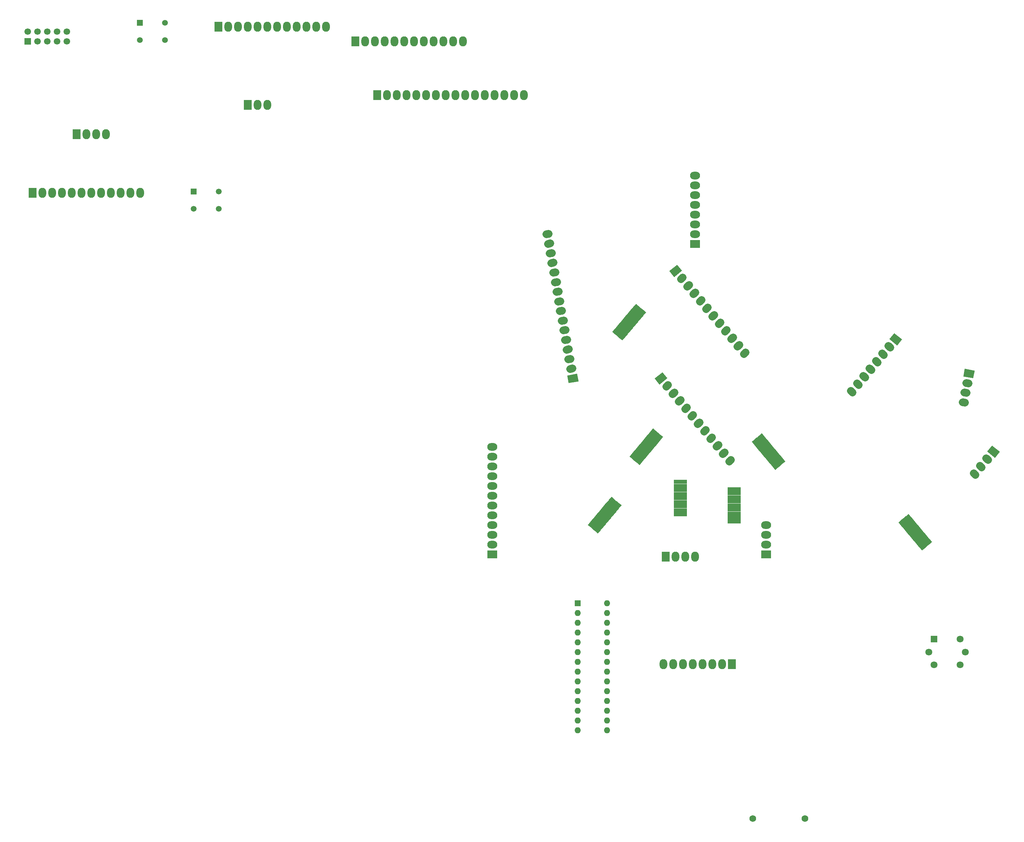
<source format=gbr>
G04 #@! TF.FileFunction,Copper,L2,Bot,Signal*
%FSLAX46Y46*%
G04 Gerber Fmt 4.6, Leading zero omitted, Abs format (unit mm)*
G04 Created by KiCad (PCBNEW 4.0.7) date Friday, October 06, 2023 'PMt' 10:40:28 PM*
%MOMM*%
%LPD*%
G01*
G04 APERTURE LIST*
%ADD10C,0.020000*%
%ADD11C,1.755000*%
%ADD12R,0.890000X1.100000*%
%ADD13R,1.700000X1.700000*%
%ADD14C,1.700000*%
%ADD15R,2.000000X2.600000*%
%ADD16O,2.000000X2.600000*%
%ADD17C,1.498000*%
%ADD18R,1.498000X1.498000*%
%ADD19R,1.600000X1.600000*%
%ADD20O,1.600000X1.600000*%
%ADD21C,2.000000*%
%ADD22R,2.600000X2.000000*%
%ADD23O,2.600000X2.000000*%
%ADD24R,1.800000X1.800000*%
%ADD25C,1.800000*%
G04 APERTURE END LIST*
D10*
D11*
X150205000Y-189990000D03*
X163795000Y-189990000D03*
D10*
G36*
X194156714Y-120333457D02*
X193449648Y-119490808D01*
X194131428Y-118918727D01*
X194838494Y-119761376D01*
X194156714Y-120333457D01*
X194156714Y-120333457D01*
G37*
G36*
X194807852Y-119787088D02*
X194100786Y-118944439D01*
X194782566Y-118372358D01*
X195489632Y-119215007D01*
X194807852Y-119787088D01*
X194807852Y-119787088D01*
G37*
G36*
X196110127Y-118694349D02*
X195403061Y-117851700D01*
X196084841Y-117279619D01*
X196791907Y-118122268D01*
X196110127Y-118694349D01*
X196110127Y-118694349D01*
G37*
G36*
X195458990Y-119240718D02*
X194751924Y-118398069D01*
X195433704Y-117825988D01*
X196140770Y-118668637D01*
X195458990Y-119240718D01*
X195458990Y-119240718D01*
G37*
G36*
X194780045Y-118431584D02*
X194072979Y-117588935D01*
X194754759Y-117016854D01*
X195461825Y-117859503D01*
X194780045Y-118431584D01*
X194780045Y-118431584D01*
G37*
G36*
X195431183Y-117885214D02*
X194724117Y-117042565D01*
X195405897Y-116470484D01*
X196112963Y-117313133D01*
X195431183Y-117885214D01*
X195431183Y-117885214D01*
G37*
G36*
X194128907Y-118977953D02*
X193421841Y-118135304D01*
X194103621Y-117563223D01*
X194810687Y-118405872D01*
X194128907Y-118977953D01*
X194128907Y-118977953D01*
G37*
G36*
X193477770Y-119524323D02*
X192770704Y-118681674D01*
X193452484Y-118109593D01*
X194159550Y-118952242D01*
X193477770Y-119524323D01*
X193477770Y-119524323D01*
G37*
G36*
X192798825Y-118715188D02*
X192091759Y-117872539D01*
X192773539Y-117300458D01*
X193480605Y-118143107D01*
X192798825Y-118715188D01*
X192798825Y-118715188D01*
G37*
G36*
X193449963Y-118168819D02*
X192742897Y-117326170D01*
X193424677Y-116754089D01*
X194131743Y-117596738D01*
X193449963Y-118168819D01*
X193449963Y-118168819D01*
G37*
G36*
X194752238Y-117076080D02*
X194045172Y-116233431D01*
X194726952Y-115661350D01*
X195434018Y-116503999D01*
X194752238Y-117076080D01*
X194752238Y-117076080D01*
G37*
G36*
X194101101Y-117622449D02*
X193394035Y-116779800D01*
X194075815Y-116207719D01*
X194782881Y-117050368D01*
X194101101Y-117622449D01*
X194101101Y-117622449D01*
G37*
G36*
X193422156Y-116813315D02*
X192715090Y-115970666D01*
X193396870Y-115398585D01*
X194103936Y-116241234D01*
X193422156Y-116813315D01*
X193422156Y-116813315D01*
G37*
G36*
X194073294Y-116266945D02*
X193366228Y-115424296D01*
X194048008Y-114852215D01*
X194755074Y-115694864D01*
X194073294Y-116266945D01*
X194073294Y-116266945D01*
G37*
G36*
X192771019Y-117359684D02*
X192063953Y-116517035D01*
X192745733Y-115944954D01*
X193452799Y-116787603D01*
X192771019Y-117359684D01*
X192771019Y-117359684D01*
G37*
G36*
X192119881Y-117906054D02*
X191412815Y-117063405D01*
X192094595Y-116491324D01*
X192801661Y-117333973D01*
X192119881Y-117906054D01*
X192119881Y-117906054D01*
G37*
G36*
X191440936Y-117096919D02*
X190733870Y-116254270D01*
X191415650Y-115682189D01*
X192122716Y-116524838D01*
X191440936Y-117096919D01*
X191440936Y-117096919D01*
G37*
G36*
X192092074Y-116550550D02*
X191385008Y-115707901D01*
X192066788Y-115135820D01*
X192773854Y-115978469D01*
X192092074Y-116550550D01*
X192092074Y-116550550D01*
G37*
G36*
X193394350Y-115457811D02*
X192687284Y-114615162D01*
X193369064Y-114043081D01*
X194076130Y-114885730D01*
X193394350Y-115457811D01*
X193394350Y-115457811D01*
G37*
G36*
X192743212Y-116004180D02*
X192036146Y-115161531D01*
X192717926Y-114589450D01*
X193424992Y-115432099D01*
X192743212Y-116004180D01*
X192743212Y-116004180D01*
G37*
G36*
X192064267Y-115195046D02*
X191357201Y-114352397D01*
X192038981Y-113780316D01*
X192746047Y-114622965D01*
X192064267Y-115195046D01*
X192064267Y-115195046D01*
G37*
G36*
X192715405Y-114648676D02*
X192008339Y-113806027D01*
X192690119Y-113233946D01*
X193397185Y-114076595D01*
X192715405Y-114648676D01*
X192715405Y-114648676D01*
G37*
G36*
X191413130Y-115741415D02*
X190706064Y-114898766D01*
X191387844Y-114326685D01*
X192094910Y-115169334D01*
X191413130Y-115741415D01*
X191413130Y-115741415D01*
G37*
G36*
X190761992Y-116287785D02*
X190054926Y-115445136D01*
X190736706Y-114873055D01*
X191443772Y-115715704D01*
X190761992Y-116287785D01*
X190761992Y-116287785D01*
G37*
G36*
X190083048Y-115478650D02*
X189375982Y-114636001D01*
X190057762Y-114063920D01*
X190764828Y-114906569D01*
X190083048Y-115478650D01*
X190083048Y-115478650D01*
G37*
G36*
X190734185Y-114932281D02*
X190027119Y-114089632D01*
X190708899Y-113517551D01*
X191415965Y-114360200D01*
X190734185Y-114932281D01*
X190734185Y-114932281D01*
G37*
G36*
X192036461Y-113839542D02*
X191329395Y-112996893D01*
X192011175Y-112424812D01*
X192718241Y-113267461D01*
X192036461Y-113839542D01*
X192036461Y-113839542D01*
G37*
G36*
X191385323Y-114385911D02*
X190678257Y-113543262D01*
X191360037Y-112971181D01*
X192067103Y-113813830D01*
X191385323Y-114385911D01*
X191385323Y-114385911D01*
G37*
G36*
X190706379Y-113576777D02*
X189999313Y-112734128D01*
X190681093Y-112162047D01*
X191388159Y-113004696D01*
X190706379Y-113576777D01*
X190706379Y-113576777D01*
G37*
G36*
X191357516Y-113030407D02*
X190650450Y-112187758D01*
X191332230Y-111615677D01*
X192039296Y-112458326D01*
X191357516Y-113030407D01*
X191357516Y-113030407D01*
G37*
G36*
X190055241Y-114123146D02*
X189348175Y-113280497D01*
X190029955Y-112708416D01*
X190737021Y-113551065D01*
X190055241Y-114123146D01*
X190055241Y-114123146D01*
G37*
G36*
X189404103Y-114669516D02*
X188697037Y-113826867D01*
X189378817Y-113254786D01*
X190085883Y-114097435D01*
X189404103Y-114669516D01*
X189404103Y-114669516D01*
G37*
G36*
X188725159Y-113860381D02*
X188018093Y-113017732D01*
X188699873Y-112445651D01*
X189406939Y-113288300D01*
X188725159Y-113860381D01*
X188725159Y-113860381D01*
G37*
G36*
X189376296Y-113314012D02*
X188669230Y-112471363D01*
X189351010Y-111899282D01*
X190058076Y-112741931D01*
X189376296Y-113314012D01*
X189376296Y-113314012D01*
G37*
G36*
X190678572Y-112221273D02*
X189971506Y-111378624D01*
X190653286Y-110806543D01*
X191360352Y-111649192D01*
X190678572Y-112221273D01*
X190678572Y-112221273D01*
G37*
G36*
X190027434Y-112767642D02*
X189320368Y-111924993D01*
X190002148Y-111352912D01*
X190709214Y-112195561D01*
X190027434Y-112767642D01*
X190027434Y-112767642D01*
G37*
G36*
X113723093Y-63512268D02*
X114430159Y-62669619D01*
X115111939Y-63241700D01*
X114404873Y-64084349D01*
X113723093Y-63512268D01*
X113723093Y-63512268D01*
G37*
G36*
X114374230Y-64058637D02*
X115081296Y-63215988D01*
X115763076Y-63788069D01*
X115056010Y-64630718D01*
X114374230Y-64058637D01*
X114374230Y-64058637D01*
G37*
G36*
X115676506Y-65151376D02*
X116383572Y-64308727D01*
X117065352Y-64880808D01*
X116358286Y-65723457D01*
X115676506Y-65151376D01*
X115676506Y-65151376D01*
G37*
G36*
X115025368Y-64605007D02*
X115732434Y-63762358D01*
X116414214Y-64334439D01*
X115707148Y-65177088D01*
X115025368Y-64605007D01*
X115025368Y-64605007D01*
G37*
G36*
X115704313Y-63795872D02*
X116411379Y-62953223D01*
X117093159Y-63525304D01*
X116386093Y-64367953D01*
X115704313Y-63795872D01*
X115704313Y-63795872D01*
G37*
G36*
X116355450Y-64342242D02*
X117062516Y-63499593D01*
X117744296Y-64071674D01*
X117037230Y-64914323D01*
X116355450Y-64342242D01*
X116355450Y-64342242D01*
G37*
G36*
X115053175Y-63249503D02*
X115760241Y-62406854D01*
X116442021Y-62978935D01*
X115734955Y-63821584D01*
X115053175Y-63249503D01*
X115053175Y-63249503D01*
G37*
G36*
X114402037Y-62703133D02*
X115109103Y-61860484D01*
X115790883Y-62432565D01*
X115083817Y-63275214D01*
X114402037Y-62703133D01*
X114402037Y-62703133D01*
G37*
G36*
X115080982Y-61893999D02*
X115788048Y-61051350D01*
X116469828Y-61623431D01*
X115762762Y-62466080D01*
X115080982Y-61893999D01*
X115080982Y-61893999D01*
G37*
G36*
X115732119Y-62440368D02*
X116439185Y-61597719D01*
X117120965Y-62169800D01*
X116413899Y-63012449D01*
X115732119Y-62440368D01*
X115732119Y-62440368D01*
G37*
G36*
X117034395Y-63533107D02*
X117741461Y-62690458D01*
X118423241Y-63262539D01*
X117716175Y-64105188D01*
X117034395Y-63533107D01*
X117034395Y-63533107D01*
G37*
G36*
X116383257Y-62986738D02*
X117090323Y-62144089D01*
X117772103Y-62716170D01*
X117065037Y-63558819D01*
X116383257Y-62986738D01*
X116383257Y-62986738D01*
G37*
G36*
X117062201Y-62177603D02*
X117769267Y-61334954D01*
X118451047Y-61907035D01*
X117743981Y-62749684D01*
X117062201Y-62177603D01*
X117062201Y-62177603D01*
G37*
G36*
X117713339Y-62723973D02*
X118420405Y-61881324D01*
X119102185Y-62453405D01*
X118395119Y-63296054D01*
X117713339Y-62723973D01*
X117713339Y-62723973D01*
G37*
G36*
X116411064Y-61631234D02*
X117118130Y-60788585D01*
X117799910Y-61360666D01*
X117092844Y-62203315D01*
X116411064Y-61631234D01*
X116411064Y-61631234D01*
G37*
G36*
X115759926Y-61084864D02*
X116466992Y-60242215D01*
X117148772Y-60814296D01*
X116441706Y-61656945D01*
X115759926Y-61084864D01*
X115759926Y-61084864D01*
G37*
G36*
X116438870Y-60275730D02*
X117145936Y-59433081D01*
X117827716Y-60005162D01*
X117120650Y-60847811D01*
X116438870Y-60275730D01*
X116438870Y-60275730D01*
G37*
G36*
X117090008Y-60822099D02*
X117797074Y-59979450D01*
X118478854Y-60551531D01*
X117771788Y-61394180D01*
X117090008Y-60822099D01*
X117090008Y-60822099D01*
G37*
G36*
X118392284Y-61914838D02*
X119099350Y-61072189D01*
X119781130Y-61644270D01*
X119074064Y-62486919D01*
X118392284Y-61914838D01*
X118392284Y-61914838D01*
G37*
G36*
X117741146Y-61368469D02*
X118448212Y-60525820D01*
X119129992Y-61097901D01*
X118422926Y-61940550D01*
X117741146Y-61368469D01*
X117741146Y-61368469D01*
G37*
G36*
X118420090Y-60559334D02*
X119127156Y-59716685D01*
X119808936Y-60288766D01*
X119101870Y-61131415D01*
X118420090Y-60559334D01*
X118420090Y-60559334D01*
G37*
G36*
X119071228Y-61105704D02*
X119778294Y-60263055D01*
X120460074Y-60835136D01*
X119753008Y-61677785D01*
X119071228Y-61105704D01*
X119071228Y-61105704D01*
G37*
G36*
X117768953Y-60012965D02*
X118476019Y-59170316D01*
X119157799Y-59742397D01*
X118450733Y-60585046D01*
X117768953Y-60012965D01*
X117768953Y-60012965D01*
G37*
G36*
X117117815Y-59466595D02*
X117824881Y-58623946D01*
X118506661Y-59196027D01*
X117799595Y-60038676D01*
X117117815Y-59466595D01*
X117117815Y-59466595D01*
G37*
G36*
X117796759Y-58657461D02*
X118503825Y-57814812D01*
X119185605Y-58386893D01*
X118478539Y-59229542D01*
X117796759Y-58657461D01*
X117796759Y-58657461D01*
G37*
G36*
X118447897Y-59203830D02*
X119154963Y-58361181D01*
X119836743Y-58933262D01*
X119129677Y-59775911D01*
X118447897Y-59203830D01*
X118447897Y-59203830D01*
G37*
G36*
X119750172Y-60296569D02*
X120457238Y-59453920D01*
X121139018Y-60026001D01*
X120431952Y-60868650D01*
X119750172Y-60296569D01*
X119750172Y-60296569D01*
G37*
G36*
X119099035Y-59750200D02*
X119806101Y-58907551D01*
X120487881Y-59479632D01*
X119780815Y-60322281D01*
X119099035Y-59750200D01*
X119099035Y-59750200D01*
G37*
G36*
X119777979Y-58941065D02*
X120485045Y-58098416D01*
X121166825Y-58670497D01*
X120459759Y-59513146D01*
X119777979Y-58941065D01*
X119777979Y-58941065D01*
G37*
G36*
X120429117Y-59487435D02*
X121136183Y-58644786D01*
X121817963Y-59216867D01*
X121110897Y-60059516D01*
X120429117Y-59487435D01*
X120429117Y-59487435D01*
G37*
G36*
X119126841Y-58394696D02*
X119833907Y-57552047D01*
X120515687Y-58124128D01*
X119808621Y-58966777D01*
X119126841Y-58394696D01*
X119126841Y-58394696D01*
G37*
G36*
X118475704Y-57848326D02*
X119182770Y-57005677D01*
X119864550Y-57577758D01*
X119157484Y-58420407D01*
X118475704Y-57848326D01*
X118475704Y-57848326D01*
G37*
G36*
X119154648Y-57039192D02*
X119861714Y-56196543D01*
X120543494Y-56768624D01*
X119836428Y-57611273D01*
X119154648Y-57039192D01*
X119154648Y-57039192D01*
G37*
G36*
X119805786Y-57585561D02*
X120512852Y-56742912D01*
X121194632Y-57314993D01*
X120487566Y-58157642D01*
X119805786Y-57585561D01*
X119805786Y-57585561D01*
G37*
G36*
X121108061Y-58678300D02*
X121815127Y-57835651D01*
X122496907Y-58407732D01*
X121789841Y-59250381D01*
X121108061Y-58678300D01*
X121108061Y-58678300D01*
G37*
G36*
X120456924Y-58131931D02*
X121163990Y-57289282D01*
X121845770Y-57861363D01*
X121138704Y-58704012D01*
X120456924Y-58131931D01*
X120456924Y-58131931D01*
G37*
G36*
X126941907Y-90792732D02*
X126234841Y-91635381D01*
X125553061Y-91063300D01*
X126260127Y-90220651D01*
X126941907Y-90792732D01*
X126941907Y-90792732D01*
G37*
G36*
X126290770Y-90246363D02*
X125583704Y-91089012D01*
X124901924Y-90516931D01*
X125608990Y-89674282D01*
X126290770Y-90246363D01*
X126290770Y-90246363D01*
G37*
G36*
X124988494Y-89153624D02*
X124281428Y-89996273D01*
X123599648Y-89424192D01*
X124306714Y-88581543D01*
X124988494Y-89153624D01*
X124988494Y-89153624D01*
G37*
G36*
X125639632Y-89699993D02*
X124932566Y-90542642D01*
X124250786Y-89970561D01*
X124957852Y-89127912D01*
X125639632Y-89699993D01*
X125639632Y-89699993D01*
G37*
G36*
X124960687Y-90509128D02*
X124253621Y-91351777D01*
X123571841Y-90779696D01*
X124278907Y-89937047D01*
X124960687Y-90509128D01*
X124960687Y-90509128D01*
G37*
G36*
X124309550Y-89962758D02*
X123602484Y-90805407D01*
X122920704Y-90233326D01*
X123627770Y-89390677D01*
X124309550Y-89962758D01*
X124309550Y-89962758D01*
G37*
G36*
X125611825Y-91055497D02*
X124904759Y-91898146D01*
X124222979Y-91326065D01*
X124930045Y-90483416D01*
X125611825Y-91055497D01*
X125611825Y-91055497D01*
G37*
G36*
X126262963Y-91601867D02*
X125555897Y-92444516D01*
X124874117Y-91872435D01*
X125581183Y-91029786D01*
X126262963Y-91601867D01*
X126262963Y-91601867D01*
G37*
G36*
X125584018Y-92411001D02*
X124876952Y-93253650D01*
X124195172Y-92681569D01*
X124902238Y-91838920D01*
X125584018Y-92411001D01*
X125584018Y-92411001D01*
G37*
G36*
X124932881Y-91864632D02*
X124225815Y-92707281D01*
X123544035Y-92135200D01*
X124251101Y-91292551D01*
X124932881Y-91864632D01*
X124932881Y-91864632D01*
G37*
G36*
X123630605Y-90771893D02*
X122923539Y-91614542D01*
X122241759Y-91042461D01*
X122948825Y-90199812D01*
X123630605Y-90771893D01*
X123630605Y-90771893D01*
G37*
G36*
X124281743Y-91318262D02*
X123574677Y-92160911D01*
X122892897Y-91588830D01*
X123599963Y-90746181D01*
X124281743Y-91318262D01*
X124281743Y-91318262D01*
G37*
G36*
X123602799Y-92127397D02*
X122895733Y-92970046D01*
X122213953Y-92397965D01*
X122921019Y-91555316D01*
X123602799Y-92127397D01*
X123602799Y-92127397D01*
G37*
G36*
X122951661Y-91581027D02*
X122244595Y-92423676D01*
X121562815Y-91851595D01*
X122269881Y-91008946D01*
X122951661Y-91581027D01*
X122951661Y-91581027D01*
G37*
G36*
X124253936Y-92673766D02*
X123546870Y-93516415D01*
X122865090Y-92944334D01*
X123572156Y-92101685D01*
X124253936Y-92673766D01*
X124253936Y-92673766D01*
G37*
G36*
X124905074Y-93220136D02*
X124198008Y-94062785D01*
X123516228Y-93490704D01*
X124223294Y-92648055D01*
X124905074Y-93220136D01*
X124905074Y-93220136D01*
G37*
G36*
X124226130Y-94029270D02*
X123519064Y-94871919D01*
X122837284Y-94299838D01*
X123544350Y-93457189D01*
X124226130Y-94029270D01*
X124226130Y-94029270D01*
G37*
G36*
X123574992Y-93482901D02*
X122867926Y-94325550D01*
X122186146Y-93753469D01*
X122893212Y-92910820D01*
X123574992Y-93482901D01*
X123574992Y-93482901D01*
G37*
G36*
X122272716Y-92390162D02*
X121565650Y-93232811D01*
X120883870Y-92660730D01*
X121590936Y-91818081D01*
X122272716Y-92390162D01*
X122272716Y-92390162D01*
G37*
G36*
X122923854Y-92936531D02*
X122216788Y-93779180D01*
X121535008Y-93207099D01*
X122242074Y-92364450D01*
X122923854Y-92936531D01*
X122923854Y-92936531D01*
G37*
G36*
X122244910Y-93745666D02*
X121537844Y-94588315D01*
X120856064Y-94016234D01*
X121563130Y-93173585D01*
X122244910Y-93745666D01*
X122244910Y-93745666D01*
G37*
G36*
X121593772Y-93199296D02*
X120886706Y-94041945D01*
X120204926Y-93469864D01*
X120911992Y-92627215D01*
X121593772Y-93199296D01*
X121593772Y-93199296D01*
G37*
G36*
X122896047Y-94292035D02*
X122188981Y-95134684D01*
X121507201Y-94562603D01*
X122214267Y-93719954D01*
X122896047Y-94292035D01*
X122896047Y-94292035D01*
G37*
G36*
X123547185Y-94838405D02*
X122840119Y-95681054D01*
X122158339Y-95108973D01*
X122865405Y-94266324D01*
X123547185Y-94838405D01*
X123547185Y-94838405D01*
G37*
G36*
X122868241Y-95647539D02*
X122161175Y-96490188D01*
X121479395Y-95918107D01*
X122186461Y-95075458D01*
X122868241Y-95647539D01*
X122868241Y-95647539D01*
G37*
G36*
X122217103Y-95101170D02*
X121510037Y-95943819D01*
X120828257Y-95371738D01*
X121535323Y-94529089D01*
X122217103Y-95101170D01*
X122217103Y-95101170D01*
G37*
G36*
X120914828Y-94008431D02*
X120207762Y-94851080D01*
X119525982Y-94278999D01*
X120233048Y-93436350D01*
X120914828Y-94008431D01*
X120914828Y-94008431D01*
G37*
G36*
X121565965Y-94554800D02*
X120858899Y-95397449D01*
X120177119Y-94825368D01*
X120884185Y-93982719D01*
X121565965Y-94554800D01*
X121565965Y-94554800D01*
G37*
G36*
X120887021Y-95363935D02*
X120179955Y-96206584D01*
X119498175Y-95634503D01*
X120205241Y-94791854D01*
X120887021Y-95363935D01*
X120887021Y-95363935D01*
G37*
G36*
X120235883Y-94817565D02*
X119528817Y-95660214D01*
X118847037Y-95088133D01*
X119554103Y-94245484D01*
X120235883Y-94817565D01*
X120235883Y-94817565D01*
G37*
G36*
X121538159Y-95910304D02*
X120831093Y-96752953D01*
X120149313Y-96180872D01*
X120856379Y-95338223D01*
X121538159Y-95910304D01*
X121538159Y-95910304D01*
G37*
G36*
X122189296Y-96456674D02*
X121482230Y-97299323D01*
X120800450Y-96727242D01*
X121507516Y-95884593D01*
X122189296Y-96456674D01*
X122189296Y-96456674D01*
G37*
G36*
X121510352Y-97265808D02*
X120803286Y-98108457D01*
X120121506Y-97536376D01*
X120828572Y-96693727D01*
X121510352Y-97265808D01*
X121510352Y-97265808D01*
G37*
G36*
X120859214Y-96719439D02*
X120152148Y-97562088D01*
X119470368Y-96990007D01*
X120177434Y-96147358D01*
X120859214Y-96719439D01*
X120859214Y-96719439D01*
G37*
G36*
X119556939Y-95626700D02*
X118849873Y-96469349D01*
X118168093Y-95897268D01*
X118875159Y-95054619D01*
X119556939Y-95626700D01*
X119556939Y-95626700D01*
G37*
G36*
X120208076Y-96173069D02*
X119501010Y-97015718D01*
X118819230Y-96443637D01*
X119526296Y-95600988D01*
X120208076Y-96173069D01*
X120208076Y-96173069D01*
G37*
G36*
X156056714Y-99378457D02*
X155349648Y-98535808D01*
X156031428Y-97963727D01*
X156738494Y-98806376D01*
X156056714Y-99378457D01*
X156056714Y-99378457D01*
G37*
G36*
X156707852Y-98832088D02*
X156000786Y-97989439D01*
X156682566Y-97417358D01*
X157389632Y-98260007D01*
X156707852Y-98832088D01*
X156707852Y-98832088D01*
G37*
G36*
X158010127Y-97739349D02*
X157303061Y-96896700D01*
X157984841Y-96324619D01*
X158691907Y-97167268D01*
X158010127Y-97739349D01*
X158010127Y-97739349D01*
G37*
G36*
X157358990Y-98285718D02*
X156651924Y-97443069D01*
X157333704Y-96870988D01*
X158040770Y-97713637D01*
X157358990Y-98285718D01*
X157358990Y-98285718D01*
G37*
G36*
X156680045Y-97476584D02*
X155972979Y-96633935D01*
X156654759Y-96061854D01*
X157361825Y-96904503D01*
X156680045Y-97476584D01*
X156680045Y-97476584D01*
G37*
G36*
X157331183Y-96930214D02*
X156624117Y-96087565D01*
X157305897Y-95515484D01*
X158012963Y-96358133D01*
X157331183Y-96930214D01*
X157331183Y-96930214D01*
G37*
G36*
X156028907Y-98022953D02*
X155321841Y-97180304D01*
X156003621Y-96608223D01*
X156710687Y-97450872D01*
X156028907Y-98022953D01*
X156028907Y-98022953D01*
G37*
G36*
X155377770Y-98569323D02*
X154670704Y-97726674D01*
X155352484Y-97154593D01*
X156059550Y-97997242D01*
X155377770Y-98569323D01*
X155377770Y-98569323D01*
G37*
G36*
X154698825Y-97760188D02*
X153991759Y-96917539D01*
X154673539Y-96345458D01*
X155380605Y-97188107D01*
X154698825Y-97760188D01*
X154698825Y-97760188D01*
G37*
G36*
X155349963Y-97213819D02*
X154642897Y-96371170D01*
X155324677Y-95799089D01*
X156031743Y-96641738D01*
X155349963Y-97213819D01*
X155349963Y-97213819D01*
G37*
G36*
X156652238Y-96121080D02*
X155945172Y-95278431D01*
X156626952Y-94706350D01*
X157334018Y-95548999D01*
X156652238Y-96121080D01*
X156652238Y-96121080D01*
G37*
G36*
X156001101Y-96667449D02*
X155294035Y-95824800D01*
X155975815Y-95252719D01*
X156682881Y-96095368D01*
X156001101Y-96667449D01*
X156001101Y-96667449D01*
G37*
G36*
X155322156Y-95858315D02*
X154615090Y-95015666D01*
X155296870Y-94443585D01*
X156003936Y-95286234D01*
X155322156Y-95858315D01*
X155322156Y-95858315D01*
G37*
G36*
X155973294Y-95311945D02*
X155266228Y-94469296D01*
X155948008Y-93897215D01*
X156655074Y-94739864D01*
X155973294Y-95311945D01*
X155973294Y-95311945D01*
G37*
G36*
X154671019Y-96404684D02*
X153963953Y-95562035D01*
X154645733Y-94989954D01*
X155352799Y-95832603D01*
X154671019Y-96404684D01*
X154671019Y-96404684D01*
G37*
G36*
X154019881Y-96951054D02*
X153312815Y-96108405D01*
X153994595Y-95536324D01*
X154701661Y-96378973D01*
X154019881Y-96951054D01*
X154019881Y-96951054D01*
G37*
G36*
X153340936Y-96141919D02*
X152633870Y-95299270D01*
X153315650Y-94727189D01*
X154022716Y-95569838D01*
X153340936Y-96141919D01*
X153340936Y-96141919D01*
G37*
G36*
X153992074Y-95595550D02*
X153285008Y-94752901D01*
X153966788Y-94180820D01*
X154673854Y-95023469D01*
X153992074Y-95595550D01*
X153992074Y-95595550D01*
G37*
G36*
X155294350Y-94502811D02*
X154587284Y-93660162D01*
X155269064Y-93088081D01*
X155976130Y-93930730D01*
X155294350Y-94502811D01*
X155294350Y-94502811D01*
G37*
G36*
X154643212Y-95049180D02*
X153936146Y-94206531D01*
X154617926Y-93634450D01*
X155324992Y-94477099D01*
X154643212Y-95049180D01*
X154643212Y-95049180D01*
G37*
G36*
X153964267Y-94240046D02*
X153257201Y-93397397D01*
X153938981Y-92825316D01*
X154646047Y-93667965D01*
X153964267Y-94240046D01*
X153964267Y-94240046D01*
G37*
G36*
X154615405Y-93693676D02*
X153908339Y-92851027D01*
X154590119Y-92278946D01*
X155297185Y-93121595D01*
X154615405Y-93693676D01*
X154615405Y-93693676D01*
G37*
G36*
X153313130Y-94786415D02*
X152606064Y-93943766D01*
X153287844Y-93371685D01*
X153994910Y-94214334D01*
X153313130Y-94786415D01*
X153313130Y-94786415D01*
G37*
G36*
X152661992Y-95332785D02*
X151954926Y-94490136D01*
X152636706Y-93918055D01*
X153343772Y-94760704D01*
X152661992Y-95332785D01*
X152661992Y-95332785D01*
G37*
G36*
X151983048Y-94523650D02*
X151275982Y-93681001D01*
X151957762Y-93108920D01*
X152664828Y-93951569D01*
X151983048Y-94523650D01*
X151983048Y-94523650D01*
G37*
G36*
X152634185Y-93977281D02*
X151927119Y-93134632D01*
X152608899Y-92562551D01*
X153315965Y-93405200D01*
X152634185Y-93977281D01*
X152634185Y-93977281D01*
G37*
G36*
X153936461Y-92884542D02*
X153229395Y-92041893D01*
X153911175Y-91469812D01*
X154618241Y-92312461D01*
X153936461Y-92884542D01*
X153936461Y-92884542D01*
G37*
G36*
X153285323Y-93430911D02*
X152578257Y-92588262D01*
X153260037Y-92016181D01*
X153967103Y-92858830D01*
X153285323Y-93430911D01*
X153285323Y-93430911D01*
G37*
G36*
X152606379Y-92621777D02*
X151899313Y-91779128D01*
X152581093Y-91207047D01*
X153288159Y-92049696D01*
X152606379Y-92621777D01*
X152606379Y-92621777D01*
G37*
G36*
X153257516Y-92075407D02*
X152550450Y-91232758D01*
X153232230Y-90660677D01*
X153939296Y-91503326D01*
X153257516Y-92075407D01*
X153257516Y-92075407D01*
G37*
G36*
X151955241Y-93168146D02*
X151248175Y-92325497D01*
X151929955Y-91753416D01*
X152637021Y-92596065D01*
X151955241Y-93168146D01*
X151955241Y-93168146D01*
G37*
G36*
X151304103Y-93714516D02*
X150597037Y-92871867D01*
X151278817Y-92299786D01*
X151985883Y-93142435D01*
X151304103Y-93714516D01*
X151304103Y-93714516D01*
G37*
G36*
X150625159Y-92905381D02*
X149918093Y-92062732D01*
X150599873Y-91490651D01*
X151306939Y-92333300D01*
X150625159Y-92905381D01*
X150625159Y-92905381D01*
G37*
G36*
X151276296Y-92359012D02*
X150569230Y-91516363D01*
X151251010Y-90944282D01*
X151958076Y-91786931D01*
X151276296Y-92359012D01*
X151276296Y-92359012D01*
G37*
G36*
X152578572Y-91266273D02*
X151871506Y-90423624D01*
X152553286Y-89851543D01*
X153260352Y-90694192D01*
X152578572Y-91266273D01*
X152578572Y-91266273D01*
G37*
G36*
X151927434Y-91812642D02*
X151220368Y-90969993D01*
X151902148Y-90397912D01*
X152609214Y-91240561D01*
X151927434Y-91812642D01*
X151927434Y-91812642D01*
G37*
G36*
X107373093Y-113677268D02*
X108080159Y-112834619D01*
X108761939Y-113406700D01*
X108054873Y-114249349D01*
X107373093Y-113677268D01*
X107373093Y-113677268D01*
G37*
G36*
X108024230Y-114223637D02*
X108731296Y-113380988D01*
X109413076Y-113953069D01*
X108706010Y-114795718D01*
X108024230Y-114223637D01*
X108024230Y-114223637D01*
G37*
G36*
X109326506Y-115316376D02*
X110033572Y-114473727D01*
X110715352Y-115045808D01*
X110008286Y-115888457D01*
X109326506Y-115316376D01*
X109326506Y-115316376D01*
G37*
G36*
X108675368Y-114770007D02*
X109382434Y-113927358D01*
X110064214Y-114499439D01*
X109357148Y-115342088D01*
X108675368Y-114770007D01*
X108675368Y-114770007D01*
G37*
G36*
X109354313Y-113960872D02*
X110061379Y-113118223D01*
X110743159Y-113690304D01*
X110036093Y-114532953D01*
X109354313Y-113960872D01*
X109354313Y-113960872D01*
G37*
G36*
X110005450Y-114507242D02*
X110712516Y-113664593D01*
X111394296Y-114236674D01*
X110687230Y-115079323D01*
X110005450Y-114507242D01*
X110005450Y-114507242D01*
G37*
G36*
X108703175Y-113414503D02*
X109410241Y-112571854D01*
X110092021Y-113143935D01*
X109384955Y-113986584D01*
X108703175Y-113414503D01*
X108703175Y-113414503D01*
G37*
G36*
X108052037Y-112868133D02*
X108759103Y-112025484D01*
X109440883Y-112597565D01*
X108733817Y-113440214D01*
X108052037Y-112868133D01*
X108052037Y-112868133D01*
G37*
G36*
X108730982Y-112058999D02*
X109438048Y-111216350D01*
X110119828Y-111788431D01*
X109412762Y-112631080D01*
X108730982Y-112058999D01*
X108730982Y-112058999D01*
G37*
G36*
X109382119Y-112605368D02*
X110089185Y-111762719D01*
X110770965Y-112334800D01*
X110063899Y-113177449D01*
X109382119Y-112605368D01*
X109382119Y-112605368D01*
G37*
G36*
X110684395Y-113698107D02*
X111391461Y-112855458D01*
X112073241Y-113427539D01*
X111366175Y-114270188D01*
X110684395Y-113698107D01*
X110684395Y-113698107D01*
G37*
G36*
X110033257Y-113151738D02*
X110740323Y-112309089D01*
X111422103Y-112881170D01*
X110715037Y-113723819D01*
X110033257Y-113151738D01*
X110033257Y-113151738D01*
G37*
G36*
X110712201Y-112342603D02*
X111419267Y-111499954D01*
X112101047Y-112072035D01*
X111393981Y-112914684D01*
X110712201Y-112342603D01*
X110712201Y-112342603D01*
G37*
G36*
X111363339Y-112888973D02*
X112070405Y-112046324D01*
X112752185Y-112618405D01*
X112045119Y-113461054D01*
X111363339Y-112888973D01*
X111363339Y-112888973D01*
G37*
G36*
X110061064Y-111796234D02*
X110768130Y-110953585D01*
X111449910Y-111525666D01*
X110742844Y-112368315D01*
X110061064Y-111796234D01*
X110061064Y-111796234D01*
G37*
G36*
X109409926Y-111249864D02*
X110116992Y-110407215D01*
X110798772Y-110979296D01*
X110091706Y-111821945D01*
X109409926Y-111249864D01*
X109409926Y-111249864D01*
G37*
G36*
X110088870Y-110440730D02*
X110795936Y-109598081D01*
X111477716Y-110170162D01*
X110770650Y-111012811D01*
X110088870Y-110440730D01*
X110088870Y-110440730D01*
G37*
G36*
X110740008Y-110987099D02*
X111447074Y-110144450D01*
X112128854Y-110716531D01*
X111421788Y-111559180D01*
X110740008Y-110987099D01*
X110740008Y-110987099D01*
G37*
G36*
X112042284Y-112079838D02*
X112749350Y-111237189D01*
X113431130Y-111809270D01*
X112724064Y-112651919D01*
X112042284Y-112079838D01*
X112042284Y-112079838D01*
G37*
G36*
X111391146Y-111533469D02*
X112098212Y-110690820D01*
X112779992Y-111262901D01*
X112072926Y-112105550D01*
X111391146Y-111533469D01*
X111391146Y-111533469D01*
G37*
G36*
X112070090Y-110724334D02*
X112777156Y-109881685D01*
X113458936Y-110453766D01*
X112751870Y-111296415D01*
X112070090Y-110724334D01*
X112070090Y-110724334D01*
G37*
G36*
X112721228Y-111270704D02*
X113428294Y-110428055D01*
X114110074Y-111000136D01*
X113403008Y-111842785D01*
X112721228Y-111270704D01*
X112721228Y-111270704D01*
G37*
G36*
X111418953Y-110177965D02*
X112126019Y-109335316D01*
X112807799Y-109907397D01*
X112100733Y-110750046D01*
X111418953Y-110177965D01*
X111418953Y-110177965D01*
G37*
G36*
X110767815Y-109631595D02*
X111474881Y-108788946D01*
X112156661Y-109361027D01*
X111449595Y-110203676D01*
X110767815Y-109631595D01*
X110767815Y-109631595D01*
G37*
G36*
X111446759Y-108822461D02*
X112153825Y-107979812D01*
X112835605Y-108551893D01*
X112128539Y-109394542D01*
X111446759Y-108822461D01*
X111446759Y-108822461D01*
G37*
G36*
X112097897Y-109368830D02*
X112804963Y-108526181D01*
X113486743Y-109098262D01*
X112779677Y-109940911D01*
X112097897Y-109368830D01*
X112097897Y-109368830D01*
G37*
G36*
X113400172Y-110461569D02*
X114107238Y-109618920D01*
X114789018Y-110191001D01*
X114081952Y-111033650D01*
X113400172Y-110461569D01*
X113400172Y-110461569D01*
G37*
G36*
X112749035Y-109915200D02*
X113456101Y-109072551D01*
X114137881Y-109644632D01*
X113430815Y-110487281D01*
X112749035Y-109915200D01*
X112749035Y-109915200D01*
G37*
G36*
X113427979Y-109106065D02*
X114135045Y-108263416D01*
X114816825Y-108835497D01*
X114109759Y-109678146D01*
X113427979Y-109106065D01*
X113427979Y-109106065D01*
G37*
G36*
X114079117Y-109652435D02*
X114786183Y-108809786D01*
X115467963Y-109381867D01*
X114760897Y-110224516D01*
X114079117Y-109652435D01*
X114079117Y-109652435D01*
G37*
G36*
X112776841Y-108559696D02*
X113483907Y-107717047D01*
X114165687Y-108289128D01*
X113458621Y-109131777D01*
X112776841Y-108559696D01*
X112776841Y-108559696D01*
G37*
G36*
X112125704Y-108013326D02*
X112832770Y-107170677D01*
X113514550Y-107742758D01*
X112807484Y-108585407D01*
X112125704Y-108013326D01*
X112125704Y-108013326D01*
G37*
G36*
X112804648Y-107204192D02*
X113511714Y-106361543D01*
X114193494Y-106933624D01*
X113486428Y-107776273D01*
X112804648Y-107204192D01*
X112804648Y-107204192D01*
G37*
G36*
X113455786Y-107750561D02*
X114162852Y-106907912D01*
X114844632Y-107479993D01*
X114137566Y-108322642D01*
X113455786Y-107750561D01*
X113455786Y-107750561D01*
G37*
G36*
X114758061Y-108843300D02*
X115465127Y-108000651D01*
X116146907Y-108572732D01*
X115439841Y-109415381D01*
X114758061Y-108843300D01*
X114758061Y-108843300D01*
G37*
G36*
X114106924Y-108296931D02*
X114813990Y-107454282D01*
X115495770Y-108026363D01*
X114788704Y-108869012D01*
X114106924Y-108296931D01*
X114106924Y-108296931D01*
G37*
D12*
X130170000Y-110905000D03*
X131020000Y-110905000D03*
X132720000Y-110905000D03*
X131870000Y-110905000D03*
X131870000Y-109848750D03*
X132720000Y-109848750D03*
X131020000Y-109848750D03*
X130170000Y-109848750D03*
X130170000Y-108792500D03*
X131020000Y-108792500D03*
X132720000Y-108792500D03*
X131870000Y-108792500D03*
X131870000Y-107736250D03*
X132720000Y-107736250D03*
X131020000Y-107736250D03*
X130170000Y-107736250D03*
X130170000Y-106680000D03*
X131020000Y-106680000D03*
X132720000Y-106680000D03*
X131870000Y-106680000D03*
X131870000Y-105623750D03*
X132720000Y-105623750D03*
X131020000Y-105623750D03*
X130170000Y-105623750D03*
X130170000Y-104567500D03*
X131020000Y-104567500D03*
X132720000Y-104567500D03*
X131870000Y-104567500D03*
X131870000Y-103511250D03*
X132720000Y-103511250D03*
X131020000Y-103511250D03*
X130170000Y-103511250D03*
X130170000Y-102455000D03*
X131020000Y-102455000D03*
X132720000Y-102455000D03*
X131870000Y-102455000D03*
X144140000Y-112810000D03*
X144990000Y-112810000D03*
X146690000Y-112810000D03*
X145840000Y-112810000D03*
X145840000Y-111753750D03*
X146690000Y-111753750D03*
X144990000Y-111753750D03*
X144140000Y-111753750D03*
X144140000Y-110697500D03*
X144990000Y-110697500D03*
X146690000Y-110697500D03*
X145840000Y-110697500D03*
X145840000Y-109641250D03*
X146690000Y-109641250D03*
X144990000Y-109641250D03*
X144140000Y-109641250D03*
X144140000Y-108585000D03*
X144990000Y-108585000D03*
X146690000Y-108585000D03*
X145840000Y-108585000D03*
X145840000Y-107528750D03*
X146690000Y-107528750D03*
X144990000Y-107528750D03*
X144140000Y-107528750D03*
X144140000Y-106472500D03*
X144990000Y-106472500D03*
X146690000Y-106472500D03*
X145840000Y-106472500D03*
X145840000Y-105416250D03*
X146690000Y-105416250D03*
X144990000Y-105416250D03*
X144140000Y-105416250D03*
X144140000Y-104360000D03*
X144990000Y-104360000D03*
X146690000Y-104360000D03*
X145840000Y-104360000D03*
D13*
X-38100000Y12065000D03*
D14*
X-38100000Y14605000D03*
X-35560000Y12065000D03*
X-35560000Y14605000D03*
X-33020000Y12065000D03*
X-33020000Y14605000D03*
X-30480000Y12065000D03*
X-30480000Y14605000D03*
X-27940000Y12065000D03*
X-27940000Y14605000D03*
D15*
X52705000Y-1905000D03*
D16*
X55245000Y-1905000D03*
X57785000Y-1905000D03*
X60325000Y-1905000D03*
X62865000Y-1905000D03*
X65405000Y-1905000D03*
X67945000Y-1905000D03*
X70485000Y-1905000D03*
X73025000Y-1905000D03*
X75565000Y-1905000D03*
X78105000Y-1905000D03*
X80645000Y-1905000D03*
X83185000Y-1905000D03*
X85725000Y-1905000D03*
X88265000Y-1905000D03*
X90805000Y-1905000D03*
D15*
X46990000Y12065000D03*
D16*
X49530000Y12065000D03*
X52070000Y12065000D03*
X54610000Y12065000D03*
X57150000Y12065000D03*
X59690000Y12065000D03*
X62230000Y12065000D03*
X64770000Y12065000D03*
X67310000Y12065000D03*
X69850000Y12065000D03*
X72390000Y12065000D03*
X74930000Y12065000D03*
D15*
X-25400000Y-12065000D03*
D16*
X-22860000Y-12065000D03*
X-20320000Y-12065000D03*
X-17780000Y-12065000D03*
D15*
X11430000Y15875000D03*
D16*
X13970000Y15875000D03*
X16510000Y15875000D03*
X19050000Y15875000D03*
X21590000Y15875000D03*
X24130000Y15875000D03*
X26670000Y15875000D03*
X29210000Y15875000D03*
X31750000Y15875000D03*
X34290000Y15875000D03*
X36830000Y15875000D03*
X39370000Y15875000D03*
D15*
X19050000Y-4445000D03*
D16*
X21590000Y-4445000D03*
X24130000Y-4445000D03*
D15*
X-36830000Y-27305000D03*
D16*
X-34290000Y-27305000D03*
X-31750000Y-27305000D03*
X-29210000Y-27305000D03*
X-26670000Y-27305000D03*
X-24130000Y-27305000D03*
X-21590000Y-27305000D03*
X-19050000Y-27305000D03*
X-16510000Y-27305000D03*
X-13970000Y-27305000D03*
X-11430000Y-27305000D03*
X-8890000Y-27305000D03*
D17*
X5005000Y-31460000D03*
D18*
X5005000Y-26960000D03*
D17*
X11505000Y-31460000D03*
X11505000Y-26960000D03*
X-8965000Y12355000D03*
D18*
X-8965000Y16855000D03*
D17*
X-2465000Y12355000D03*
X-2465000Y16855000D03*
D19*
X104775000Y-133985000D03*
D20*
X112395000Y-167005000D03*
X104775000Y-136525000D03*
X112395000Y-164465000D03*
X104775000Y-139065000D03*
X112395000Y-161925000D03*
X104775000Y-141605000D03*
X112395000Y-159385000D03*
X104775000Y-144145000D03*
X112395000Y-156845000D03*
X104775000Y-146685000D03*
X112395000Y-154305000D03*
X104775000Y-149225000D03*
X112395000Y-151765000D03*
X104775000Y-151765000D03*
X112395000Y-149225000D03*
X104775000Y-154305000D03*
X112395000Y-146685000D03*
X104775000Y-156845000D03*
X112395000Y-144145000D03*
X104775000Y-159385000D03*
X112395000Y-141605000D03*
X104775000Y-161925000D03*
X112395000Y-139065000D03*
X104775000Y-164465000D03*
X112395000Y-136525000D03*
X104775000Y-167005000D03*
X112395000Y-133985000D03*
D10*
G36*
X124726355Y-75634579D02*
X126718070Y-73963332D01*
X128003645Y-75495421D01*
X126011930Y-77166668D01*
X124726355Y-75634579D01*
X124726355Y-75634579D01*
G37*
D21*
X128227494Y-77317917D02*
X127767868Y-77703589D01*
X129860174Y-79263670D02*
X129400548Y-79649342D01*
X131492855Y-81209423D02*
X131033229Y-81595095D01*
X133125535Y-83155176D02*
X132665909Y-83540848D01*
X134758216Y-85100928D02*
X134298590Y-85486600D01*
X136390896Y-87046681D02*
X135931270Y-87432353D01*
X138023577Y-88992434D02*
X137563951Y-89378106D01*
X139656257Y-90938187D02*
X139196631Y-91323859D01*
X141288938Y-92883940D02*
X140829312Y-93269612D01*
X142921618Y-94829693D02*
X142461992Y-95215365D01*
X144554299Y-96775446D02*
X144094673Y-97161118D01*
D10*
G36*
X128536355Y-47694579D02*
X130528070Y-46023332D01*
X131813645Y-47555421D01*
X129821930Y-49226668D01*
X128536355Y-47694579D01*
X128536355Y-47694579D01*
G37*
D21*
X132037494Y-49377917D02*
X131577868Y-49763589D01*
X133670174Y-51323670D02*
X133210548Y-51709342D01*
X135302855Y-53269423D02*
X134843229Y-53655095D01*
X136935535Y-55215176D02*
X136475909Y-55600848D01*
X138568216Y-57160928D02*
X138108590Y-57546600D01*
X140200896Y-59106681D02*
X139741270Y-59492353D01*
X141833577Y-61052434D02*
X141373951Y-61438106D01*
X143466257Y-62998187D02*
X143006631Y-63383859D01*
X145098938Y-64943940D02*
X144639312Y-65329612D01*
X146731618Y-66889693D02*
X146271992Y-67275365D01*
X148364299Y-68835446D02*
X147904673Y-69221118D01*
D10*
G36*
X104958898Y-76324065D02*
X102398398Y-76775550D01*
X102051102Y-74805935D01*
X104611602Y-74354450D01*
X104958898Y-76324065D01*
X104958898Y-76324065D01*
G37*
D21*
X102768492Y-73115682D02*
X103359376Y-73011494D01*
X102327425Y-70614271D02*
X102918309Y-70510083D01*
X101886359Y-68112859D02*
X102477243Y-68008671D01*
X101445293Y-65611447D02*
X102036177Y-65507259D01*
X101004226Y-63110036D02*
X101595110Y-63005848D01*
X100563160Y-60608624D02*
X101154044Y-60504436D01*
X100122093Y-58107212D02*
X100712977Y-58003024D01*
X99681027Y-55605800D02*
X100271911Y-55501612D01*
X99239961Y-53104389D02*
X99830845Y-53000201D01*
X98798894Y-50602977D02*
X99389778Y-50498789D01*
X98357828Y-48101565D02*
X98948712Y-47997377D01*
X97916762Y-45600154D02*
X98507646Y-45495966D01*
X97475695Y-43098742D02*
X98066579Y-42994554D01*
X97034629Y-40597330D02*
X97625513Y-40493142D01*
X96593562Y-38095919D02*
X97184446Y-37991731D01*
D22*
X82550000Y-121285000D03*
D23*
X82550000Y-118745000D03*
X82550000Y-116205000D03*
X82550000Y-113665000D03*
X82550000Y-111125000D03*
X82550000Y-108585000D03*
X82550000Y-106045000D03*
X82550000Y-103505000D03*
X82550000Y-100965000D03*
X82550000Y-98425000D03*
X82550000Y-95885000D03*
X82550000Y-93345000D03*
D15*
X127635000Y-121920000D03*
D16*
X130175000Y-121920000D03*
X132715000Y-121920000D03*
X135255000Y-121920000D03*
D15*
X144780000Y-149860000D03*
D16*
X142240000Y-149860000D03*
X139700000Y-149860000D03*
X137160000Y-149860000D03*
X134620000Y-149860000D03*
X132080000Y-149860000D03*
X129540000Y-149860000D03*
X127000000Y-149860000D03*
D22*
X153670000Y-121285000D03*
D23*
X153670000Y-118745000D03*
X153670000Y-116205000D03*
X153670000Y-113665000D03*
D10*
G36*
X205268398Y-73084450D02*
X207828898Y-73535935D01*
X207481602Y-75505550D01*
X204921102Y-75054065D01*
X205268398Y-73084450D01*
X205268398Y-73084450D01*
G37*
D21*
X206229376Y-76848506D02*
X205638492Y-76744318D01*
X205788309Y-79349917D02*
X205197425Y-79245729D01*
X205347243Y-81851329D02*
X204756359Y-81747141D01*
D10*
G36*
X186971930Y-63803332D02*
X188963645Y-65474579D01*
X187678070Y-67006668D01*
X185686355Y-65335421D01*
X186971930Y-63803332D01*
X186971930Y-63803332D01*
G37*
D21*
X185922132Y-67543589D02*
X185462506Y-67157917D01*
X184289452Y-69489342D02*
X183829826Y-69103670D01*
X182656771Y-71435095D02*
X182197145Y-71049423D01*
X181024091Y-73380848D02*
X180564465Y-72995176D01*
X179391410Y-75326600D02*
X178931784Y-74940928D01*
X177758730Y-77272353D02*
X177299104Y-76886681D01*
X176126049Y-79218106D02*
X175666423Y-78832434D01*
D10*
G36*
X212371930Y-93013332D02*
X214363645Y-94684579D01*
X213078070Y-96216668D01*
X211086355Y-94545421D01*
X212371930Y-93013332D01*
X212371930Y-93013332D01*
G37*
D21*
X211322132Y-96753589D02*
X210862506Y-96367917D01*
X209689452Y-98699342D02*
X209229826Y-98313670D01*
X208056771Y-100645095D02*
X207597145Y-100259423D01*
D22*
X135255000Y-40640000D03*
D23*
X135255000Y-38100000D03*
X135255000Y-35560000D03*
X135255000Y-33020000D03*
X135255000Y-30480000D03*
X135255000Y-27940000D03*
X135255000Y-25400000D03*
X135255000Y-22860000D03*
D24*
X197301240Y-143326240D03*
D25*
X195910000Y-146685000D03*
X197301240Y-150043760D03*
X204018760Y-150043760D03*
X205410000Y-146685000D03*
X204018760Y-143326240D03*
M02*

</source>
